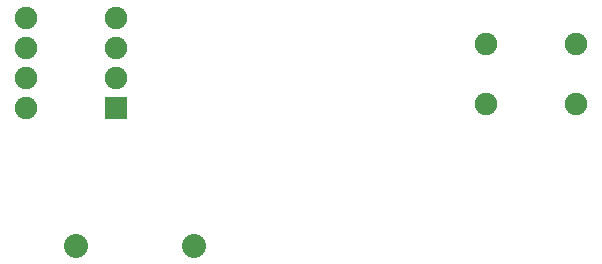
<source format=gbs>
G04 (created by PCBNEW-RS274X (2011-05-25)-stable) date Thu 01 Nov 2012 21:39:30 GMT*
G01*
G70*
G90*
%MOIN*%
G04 Gerber Fmt 3.4, Leading zero omitted, Abs format*
%FSLAX34Y34*%
G04 APERTURE LIST*
%ADD10C,0.006000*%
%ADD11C,0.080000*%
%ADD12C,0.075000*%
%ADD13R,0.075000X0.075000*%
G04 APERTURE END LIST*
G54D10*
G54D11*
X26575Y-30315D03*
X30505Y-30315D03*
G54D12*
X43232Y-23606D03*
X43232Y-25606D03*
X40232Y-23606D03*
X40232Y-25606D03*
G54D13*
X27878Y-25713D03*
G54D12*
X27878Y-24713D03*
X27878Y-23713D03*
X27878Y-22713D03*
X24878Y-22713D03*
X24878Y-23713D03*
X24878Y-24713D03*
X24878Y-25713D03*
M02*

</source>
